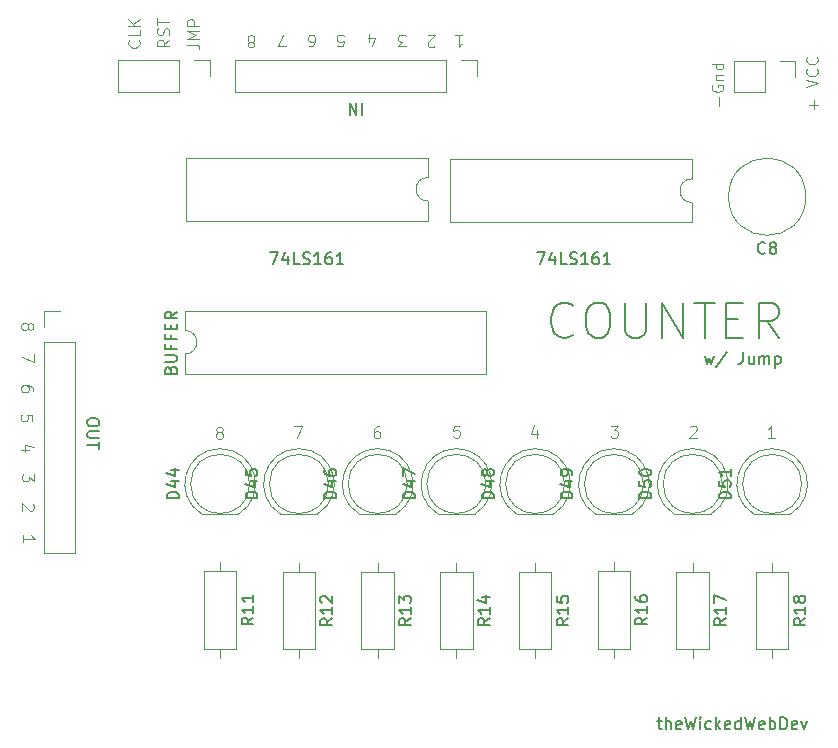
<source format=gbr>
%TF.GenerationSoftware,KiCad,Pcbnew,(5.1.9-0-10_14)*%
%TF.CreationDate,2021-04-21T09:15:21-04:00*%
%TF.ProjectId,COUNTER,434f554e-5445-4522-9e6b-696361645f70,rev?*%
%TF.SameCoordinates,Original*%
%TF.FileFunction,Legend,Top*%
%TF.FilePolarity,Positive*%
%FSLAX46Y46*%
G04 Gerber Fmt 4.6, Leading zero omitted, Abs format (unit mm)*
G04 Created by KiCad (PCBNEW (5.1.9-0-10_14)) date 2021-04-21 09:15:21*
%MOMM*%
%LPD*%
G01*
G04 APERTURE LIST*
%ADD10C,0.100000*%
%ADD11C,0.150000*%
%ADD12C,0.120000*%
G04 APERTURE END LIST*
D10*
X136366214Y-67190880D02*
X135794785Y-67190880D01*
X136080500Y-67190880D02*
X136080500Y-66190880D01*
X135985261Y-66333738D01*
X135890023Y-66428976D01*
X135794785Y-66476595D01*
X89249261Y-66746452D02*
X89154023Y-66698833D01*
X89106404Y-66651214D01*
X89058785Y-66555976D01*
X89058785Y-66508357D01*
X89106404Y-66413119D01*
X89154023Y-66365500D01*
X89249261Y-66317880D01*
X89439738Y-66317880D01*
X89534976Y-66365500D01*
X89582595Y-66413119D01*
X89630214Y-66508357D01*
X89630214Y-66555976D01*
X89582595Y-66651214D01*
X89534976Y-66698833D01*
X89439738Y-66746452D01*
X89249261Y-66746452D01*
X89154023Y-66794071D01*
X89106404Y-66841690D01*
X89058785Y-66936928D01*
X89058785Y-67127404D01*
X89106404Y-67222642D01*
X89154023Y-67270261D01*
X89249261Y-67317880D01*
X89439738Y-67317880D01*
X89534976Y-67270261D01*
X89582595Y-67222642D01*
X89630214Y-67127404D01*
X89630214Y-66936928D01*
X89582595Y-66841690D01*
X89534976Y-66794071D01*
X89439738Y-66746452D01*
X129190785Y-66286119D02*
X129238404Y-66238500D01*
X129333642Y-66190880D01*
X129571738Y-66190880D01*
X129666976Y-66238500D01*
X129714595Y-66286119D01*
X129762214Y-66381357D01*
X129762214Y-66476595D01*
X129714595Y-66619452D01*
X129143166Y-67190880D01*
X129762214Y-67190880D01*
X109648595Y-66190880D02*
X109172404Y-66190880D01*
X109124785Y-66667071D01*
X109172404Y-66619452D01*
X109267642Y-66571833D01*
X109505738Y-66571833D01*
X109600976Y-66619452D01*
X109648595Y-66667071D01*
X109696214Y-66762309D01*
X109696214Y-67000404D01*
X109648595Y-67095642D01*
X109600976Y-67143261D01*
X109505738Y-67190880D01*
X109267642Y-67190880D01*
X109172404Y-67143261D01*
X109124785Y-67095642D01*
X122475666Y-66190880D02*
X123094714Y-66190880D01*
X122761380Y-66571833D01*
X122904238Y-66571833D01*
X122999476Y-66619452D01*
X123047095Y-66667071D01*
X123094714Y-66762309D01*
X123094714Y-67000404D01*
X123047095Y-67095642D01*
X122999476Y-67143261D01*
X122904238Y-67190880D01*
X122618523Y-67190880D01*
X122523285Y-67143261D01*
X122475666Y-67095642D01*
X116204976Y-66524214D02*
X116204976Y-67190880D01*
X115966880Y-66143261D02*
X115728785Y-66857547D01*
X116347833Y-66857547D01*
X95678666Y-66254380D02*
X96345333Y-66254380D01*
X95916761Y-67254380D01*
X102869976Y-66254380D02*
X102679500Y-66254380D01*
X102584261Y-66302000D01*
X102536642Y-66349619D01*
X102441404Y-66492476D01*
X102393785Y-66682952D01*
X102393785Y-67063904D01*
X102441404Y-67159142D01*
X102489023Y-67206761D01*
X102584261Y-67254380D01*
X102774738Y-67254380D01*
X102869976Y-67206761D01*
X102917595Y-67159142D01*
X102965214Y-67063904D01*
X102965214Y-66825809D01*
X102917595Y-66730571D01*
X102869976Y-66682952D01*
X102774738Y-66635333D01*
X102584261Y-66635333D01*
X102489023Y-66682952D01*
X102441404Y-66730571D01*
X102393785Y-66825809D01*
D11*
X116260952Y-51522380D02*
X116927619Y-51522380D01*
X116499047Y-52522380D01*
X117737142Y-51855714D02*
X117737142Y-52522380D01*
X117499047Y-51474761D02*
X117260952Y-52189047D01*
X117880000Y-52189047D01*
X118737142Y-52522380D02*
X118260952Y-52522380D01*
X118260952Y-51522380D01*
X119022857Y-52474761D02*
X119165714Y-52522380D01*
X119403809Y-52522380D01*
X119499047Y-52474761D01*
X119546666Y-52427142D01*
X119594285Y-52331904D01*
X119594285Y-52236666D01*
X119546666Y-52141428D01*
X119499047Y-52093809D01*
X119403809Y-52046190D01*
X119213333Y-51998571D01*
X119118095Y-51950952D01*
X119070476Y-51903333D01*
X119022857Y-51808095D01*
X119022857Y-51712857D01*
X119070476Y-51617619D01*
X119118095Y-51570000D01*
X119213333Y-51522380D01*
X119451428Y-51522380D01*
X119594285Y-51570000D01*
X120546666Y-52522380D02*
X119975238Y-52522380D01*
X120260952Y-52522380D02*
X120260952Y-51522380D01*
X120165714Y-51665238D01*
X120070476Y-51760476D01*
X119975238Y-51808095D01*
X121403809Y-51522380D02*
X121213333Y-51522380D01*
X121118095Y-51570000D01*
X121070476Y-51617619D01*
X120975238Y-51760476D01*
X120927619Y-51950952D01*
X120927619Y-52331904D01*
X120975238Y-52427142D01*
X121022857Y-52474761D01*
X121118095Y-52522380D01*
X121308571Y-52522380D01*
X121403809Y-52474761D01*
X121451428Y-52427142D01*
X121499047Y-52331904D01*
X121499047Y-52093809D01*
X121451428Y-51998571D01*
X121403809Y-51950952D01*
X121308571Y-51903333D01*
X121118095Y-51903333D01*
X121022857Y-51950952D01*
X120975238Y-51998571D01*
X120927619Y-52093809D01*
X122451428Y-52522380D02*
X121880000Y-52522380D01*
X122165714Y-52522380D02*
X122165714Y-51522380D01*
X122070476Y-51665238D01*
X121975238Y-51760476D01*
X121880000Y-51808095D01*
X93654952Y-51522380D02*
X94321619Y-51522380D01*
X93893047Y-52522380D01*
X95131142Y-51855714D02*
X95131142Y-52522380D01*
X94893047Y-51474761D02*
X94654952Y-52189047D01*
X95274000Y-52189047D01*
X96131142Y-52522380D02*
X95654952Y-52522380D01*
X95654952Y-51522380D01*
X96416857Y-52474761D02*
X96559714Y-52522380D01*
X96797809Y-52522380D01*
X96893047Y-52474761D01*
X96940666Y-52427142D01*
X96988285Y-52331904D01*
X96988285Y-52236666D01*
X96940666Y-52141428D01*
X96893047Y-52093809D01*
X96797809Y-52046190D01*
X96607333Y-51998571D01*
X96512095Y-51950952D01*
X96464476Y-51903333D01*
X96416857Y-51808095D01*
X96416857Y-51712857D01*
X96464476Y-51617619D01*
X96512095Y-51570000D01*
X96607333Y-51522380D01*
X96845428Y-51522380D01*
X96988285Y-51570000D01*
X97940666Y-52522380D02*
X97369238Y-52522380D01*
X97654952Y-52522380D02*
X97654952Y-51522380D01*
X97559714Y-51665238D01*
X97464476Y-51760476D01*
X97369238Y-51808095D01*
X98797809Y-51522380D02*
X98607333Y-51522380D01*
X98512095Y-51570000D01*
X98464476Y-51617619D01*
X98369238Y-51760476D01*
X98321619Y-51950952D01*
X98321619Y-52331904D01*
X98369238Y-52427142D01*
X98416857Y-52474761D01*
X98512095Y-52522380D01*
X98702571Y-52522380D01*
X98797809Y-52474761D01*
X98845428Y-52427142D01*
X98893047Y-52331904D01*
X98893047Y-52093809D01*
X98845428Y-51998571D01*
X98797809Y-51950952D01*
X98702571Y-51903333D01*
X98512095Y-51903333D01*
X98416857Y-51950952D01*
X98369238Y-51998571D01*
X98321619Y-52093809D01*
X99845428Y-52522380D02*
X99274000Y-52522380D01*
X99559714Y-52522380D02*
X99559714Y-51522380D01*
X99464476Y-51665238D01*
X99369238Y-51760476D01*
X99274000Y-51808095D01*
X85209071Y-61443904D02*
X85256690Y-61301047D01*
X85304309Y-61253428D01*
X85399547Y-61205809D01*
X85542404Y-61205809D01*
X85637642Y-61253428D01*
X85685261Y-61301047D01*
X85732880Y-61396285D01*
X85732880Y-61777238D01*
X84732880Y-61777238D01*
X84732880Y-61443904D01*
X84780500Y-61348666D01*
X84828119Y-61301047D01*
X84923357Y-61253428D01*
X85018595Y-61253428D01*
X85113833Y-61301047D01*
X85161452Y-61348666D01*
X85209071Y-61443904D01*
X85209071Y-61777238D01*
X84732880Y-60777238D02*
X85542404Y-60777238D01*
X85637642Y-60729619D01*
X85685261Y-60682000D01*
X85732880Y-60586761D01*
X85732880Y-60396285D01*
X85685261Y-60301047D01*
X85637642Y-60253428D01*
X85542404Y-60205809D01*
X84732880Y-60205809D01*
X85209071Y-59396285D02*
X85209071Y-59729619D01*
X85732880Y-59729619D02*
X84732880Y-59729619D01*
X84732880Y-59253428D01*
X85209071Y-58539142D02*
X85209071Y-58872476D01*
X85732880Y-58872476D02*
X84732880Y-58872476D01*
X84732880Y-58396285D01*
X85209071Y-58015333D02*
X85209071Y-57682000D01*
X85732880Y-57539142D02*
X85732880Y-58015333D01*
X84732880Y-58015333D01*
X84732880Y-57539142D01*
X85732880Y-56539142D02*
X85256690Y-56872476D01*
X85732880Y-57110571D02*
X84732880Y-57110571D01*
X84732880Y-56729619D01*
X84780500Y-56634380D01*
X84828119Y-56586761D01*
X84923357Y-56539142D01*
X85066214Y-56539142D01*
X85161452Y-56586761D01*
X85209071Y-56634380D01*
X85256690Y-56729619D01*
X85256690Y-57110571D01*
X126421357Y-91225714D02*
X126802309Y-91225714D01*
X126564214Y-90892380D02*
X126564214Y-91749523D01*
X126611833Y-91844761D01*
X126707071Y-91892380D01*
X126802309Y-91892380D01*
X127135642Y-91892380D02*
X127135642Y-90892380D01*
X127564214Y-91892380D02*
X127564214Y-91368571D01*
X127516595Y-91273333D01*
X127421357Y-91225714D01*
X127278500Y-91225714D01*
X127183261Y-91273333D01*
X127135642Y-91320952D01*
X128421357Y-91844761D02*
X128326119Y-91892380D01*
X128135642Y-91892380D01*
X128040404Y-91844761D01*
X127992785Y-91749523D01*
X127992785Y-91368571D01*
X128040404Y-91273333D01*
X128135642Y-91225714D01*
X128326119Y-91225714D01*
X128421357Y-91273333D01*
X128468976Y-91368571D01*
X128468976Y-91463809D01*
X127992785Y-91559047D01*
X128802309Y-90892380D02*
X129040404Y-91892380D01*
X129230880Y-91178095D01*
X129421357Y-91892380D01*
X129659452Y-90892380D01*
X130040404Y-91892380D02*
X130040404Y-91225714D01*
X130040404Y-90892380D02*
X129992785Y-90940000D01*
X130040404Y-90987619D01*
X130088023Y-90940000D01*
X130040404Y-90892380D01*
X130040404Y-90987619D01*
X130945166Y-91844761D02*
X130849928Y-91892380D01*
X130659452Y-91892380D01*
X130564214Y-91844761D01*
X130516595Y-91797142D01*
X130468976Y-91701904D01*
X130468976Y-91416190D01*
X130516595Y-91320952D01*
X130564214Y-91273333D01*
X130659452Y-91225714D01*
X130849928Y-91225714D01*
X130945166Y-91273333D01*
X131373738Y-91892380D02*
X131373738Y-90892380D01*
X131468976Y-91511428D02*
X131754690Y-91892380D01*
X131754690Y-91225714D02*
X131373738Y-91606666D01*
X132564214Y-91844761D02*
X132468976Y-91892380D01*
X132278500Y-91892380D01*
X132183261Y-91844761D01*
X132135642Y-91749523D01*
X132135642Y-91368571D01*
X132183261Y-91273333D01*
X132278500Y-91225714D01*
X132468976Y-91225714D01*
X132564214Y-91273333D01*
X132611833Y-91368571D01*
X132611833Y-91463809D01*
X132135642Y-91559047D01*
X133468976Y-91892380D02*
X133468976Y-90892380D01*
X133468976Y-91844761D02*
X133373738Y-91892380D01*
X133183261Y-91892380D01*
X133088023Y-91844761D01*
X133040404Y-91797142D01*
X132992785Y-91701904D01*
X132992785Y-91416190D01*
X133040404Y-91320952D01*
X133088023Y-91273333D01*
X133183261Y-91225714D01*
X133373738Y-91225714D01*
X133468976Y-91273333D01*
X133849928Y-90892380D02*
X134088023Y-91892380D01*
X134278500Y-91178095D01*
X134468976Y-91892380D01*
X134707071Y-90892380D01*
X135468976Y-91844761D02*
X135373738Y-91892380D01*
X135183261Y-91892380D01*
X135088023Y-91844761D01*
X135040404Y-91749523D01*
X135040404Y-91368571D01*
X135088023Y-91273333D01*
X135183261Y-91225714D01*
X135373738Y-91225714D01*
X135468976Y-91273333D01*
X135516595Y-91368571D01*
X135516595Y-91463809D01*
X135040404Y-91559047D01*
X135945166Y-91892380D02*
X135945166Y-90892380D01*
X135945166Y-91273333D02*
X136040404Y-91225714D01*
X136230880Y-91225714D01*
X136326119Y-91273333D01*
X136373738Y-91320952D01*
X136421357Y-91416190D01*
X136421357Y-91701904D01*
X136373738Y-91797142D01*
X136326119Y-91844761D01*
X136230880Y-91892380D01*
X136040404Y-91892380D01*
X135945166Y-91844761D01*
X136849928Y-91892380D02*
X136849928Y-90892380D01*
X137088023Y-90892380D01*
X137230880Y-90940000D01*
X137326119Y-91035238D01*
X137373738Y-91130476D01*
X137421357Y-91320952D01*
X137421357Y-91463809D01*
X137373738Y-91654285D01*
X137326119Y-91749523D01*
X137230880Y-91844761D01*
X137088023Y-91892380D01*
X136849928Y-91892380D01*
X138230880Y-91844761D02*
X138135642Y-91892380D01*
X137945166Y-91892380D01*
X137849928Y-91844761D01*
X137802309Y-91749523D01*
X137802309Y-91368571D01*
X137849928Y-91273333D01*
X137945166Y-91225714D01*
X138135642Y-91225714D01*
X138230880Y-91273333D01*
X138278500Y-91368571D01*
X138278500Y-91463809D01*
X137802309Y-91559047D01*
X138611833Y-91225714D02*
X138849928Y-91892380D01*
X139088023Y-91225714D01*
X101425309Y-38854119D02*
X101425309Y-39854119D01*
X100949119Y-38854119D02*
X100949119Y-39854119D01*
X100377690Y-38854119D01*
X100377690Y-39854119D01*
X79160619Y-65802000D02*
X79160619Y-65992476D01*
X79113000Y-66087714D01*
X79017761Y-66182952D01*
X78827285Y-66230571D01*
X78493952Y-66230571D01*
X78303476Y-66182952D01*
X78208238Y-66087714D01*
X78160619Y-65992476D01*
X78160619Y-65802000D01*
X78208238Y-65706761D01*
X78303476Y-65611523D01*
X78493952Y-65563904D01*
X78827285Y-65563904D01*
X79017761Y-65611523D01*
X79113000Y-65706761D01*
X79160619Y-65802000D01*
X79160619Y-66659142D02*
X78351095Y-66659142D01*
X78255857Y-66706761D01*
X78208238Y-66754380D01*
X78160619Y-66849619D01*
X78160619Y-67040095D01*
X78208238Y-67135333D01*
X78255857Y-67182952D01*
X78351095Y-67230571D01*
X79160619Y-67230571D01*
X79160619Y-67563904D02*
X79160619Y-68135333D01*
X78160619Y-67849619D02*
X79160619Y-67849619D01*
X130429404Y-60301214D02*
X130619880Y-60967880D01*
X130810357Y-60491690D01*
X131000833Y-60967880D01*
X131191309Y-60301214D01*
X132286547Y-59920261D02*
X131429404Y-61205976D01*
X133667500Y-59967880D02*
X133667500Y-60682166D01*
X133619880Y-60825023D01*
X133524642Y-60920261D01*
X133381785Y-60967880D01*
X133286547Y-60967880D01*
X134572261Y-60301214D02*
X134572261Y-60967880D01*
X134143690Y-60301214D02*
X134143690Y-60825023D01*
X134191309Y-60920261D01*
X134286547Y-60967880D01*
X134429404Y-60967880D01*
X134524642Y-60920261D01*
X134572261Y-60872642D01*
X135048452Y-60967880D02*
X135048452Y-60301214D01*
X135048452Y-60396452D02*
X135096071Y-60348833D01*
X135191309Y-60301214D01*
X135334166Y-60301214D01*
X135429404Y-60348833D01*
X135477023Y-60444071D01*
X135477023Y-60967880D01*
X135477023Y-60444071D02*
X135524642Y-60348833D01*
X135619880Y-60301214D01*
X135762738Y-60301214D01*
X135857976Y-60348833D01*
X135905595Y-60444071D01*
X135905595Y-60967880D01*
X136381785Y-60301214D02*
X136381785Y-61301214D01*
X136381785Y-60348833D02*
X136477023Y-60301214D01*
X136667500Y-60301214D01*
X136762738Y-60348833D01*
X136810357Y-60396452D01*
X136857976Y-60491690D01*
X136857976Y-60777404D01*
X136810357Y-60872642D01*
X136762738Y-60920261D01*
X136667500Y-60967880D01*
X136477023Y-60967880D01*
X136381785Y-60920261D01*
X119277785Y-58475428D02*
X119134928Y-58618285D01*
X118706357Y-58761142D01*
X118420642Y-58761142D01*
X117992071Y-58618285D01*
X117706357Y-58332571D01*
X117563500Y-58046857D01*
X117420642Y-57475428D01*
X117420642Y-57046857D01*
X117563500Y-56475428D01*
X117706357Y-56189714D01*
X117992071Y-55904000D01*
X118420642Y-55761142D01*
X118706357Y-55761142D01*
X119134928Y-55904000D01*
X119277785Y-56046857D01*
X121134928Y-55761142D02*
X121706357Y-55761142D01*
X121992071Y-55904000D01*
X122277785Y-56189714D01*
X122420642Y-56761142D01*
X122420642Y-57761142D01*
X122277785Y-58332571D01*
X121992071Y-58618285D01*
X121706357Y-58761142D01*
X121134928Y-58761142D01*
X120849214Y-58618285D01*
X120563500Y-58332571D01*
X120420642Y-57761142D01*
X120420642Y-56761142D01*
X120563500Y-56189714D01*
X120849214Y-55904000D01*
X121134928Y-55761142D01*
X123706357Y-55761142D02*
X123706357Y-58189714D01*
X123849214Y-58475428D01*
X123992071Y-58618285D01*
X124277785Y-58761142D01*
X124849214Y-58761142D01*
X125134928Y-58618285D01*
X125277785Y-58475428D01*
X125420642Y-58189714D01*
X125420642Y-55761142D01*
X126849214Y-58761142D02*
X126849214Y-55761142D01*
X128563500Y-58761142D01*
X128563500Y-55761142D01*
X129563500Y-55761142D02*
X131277785Y-55761142D01*
X130420642Y-58761142D02*
X130420642Y-55761142D01*
X132277785Y-57189714D02*
X133277785Y-57189714D01*
X133706357Y-58761142D02*
X132277785Y-58761142D01*
X132277785Y-55761142D01*
X133706357Y-55761142D01*
X136706357Y-58761142D02*
X135706357Y-57332571D01*
X134992071Y-58761142D02*
X134992071Y-55761142D01*
X136134928Y-55761142D01*
X136420642Y-55904000D01*
X136563500Y-56046857D01*
X136706357Y-56332571D01*
X136706357Y-56761142D01*
X136563500Y-57046857D01*
X136420642Y-57189714D01*
X136134928Y-57332571D01*
X134992071Y-57332571D01*
D10*
X131643428Y-39123714D02*
X131643428Y-38361809D01*
X131072000Y-37361809D02*
X131024380Y-37457047D01*
X131024380Y-37599904D01*
X131072000Y-37742761D01*
X131167238Y-37838000D01*
X131262476Y-37885619D01*
X131452952Y-37933238D01*
X131595809Y-37933238D01*
X131786285Y-37885619D01*
X131881523Y-37838000D01*
X131976761Y-37742761D01*
X132024380Y-37599904D01*
X132024380Y-37504666D01*
X131976761Y-37361809D01*
X131929142Y-37314190D01*
X131595809Y-37314190D01*
X131595809Y-37504666D01*
X131357714Y-36885619D02*
X132024380Y-36885619D01*
X131452952Y-36885619D02*
X131405333Y-36838000D01*
X131357714Y-36742761D01*
X131357714Y-36599904D01*
X131405333Y-36504666D01*
X131500571Y-36457047D01*
X132024380Y-36457047D01*
X132024380Y-35552285D02*
X131024380Y-35552285D01*
X131976761Y-35552285D02*
X132024380Y-35647523D01*
X132024380Y-35838000D01*
X131976761Y-35933238D01*
X131929142Y-35980857D01*
X131833904Y-36028476D01*
X131548190Y-36028476D01*
X131452952Y-35980857D01*
X131405333Y-35933238D01*
X131357714Y-35838000D01*
X131357714Y-35647523D01*
X131405333Y-35552285D01*
X139644428Y-39401476D02*
X139644428Y-38639571D01*
X140025380Y-39020523D02*
X139263476Y-39020523D01*
X139025380Y-37544333D02*
X140025380Y-37211000D01*
X139025380Y-36877666D01*
X139930142Y-35972904D02*
X139977761Y-36020523D01*
X140025380Y-36163380D01*
X140025380Y-36258619D01*
X139977761Y-36401476D01*
X139882523Y-36496714D01*
X139787285Y-36544333D01*
X139596809Y-36591952D01*
X139453952Y-36591952D01*
X139263476Y-36544333D01*
X139168238Y-36496714D01*
X139073000Y-36401476D01*
X139025380Y-36258619D01*
X139025380Y-36163380D01*
X139073000Y-36020523D01*
X139120619Y-35972904D01*
X139930142Y-34972904D02*
X139977761Y-35020523D01*
X140025380Y-35163380D01*
X140025380Y-35258619D01*
X139977761Y-35401476D01*
X139882523Y-35496714D01*
X139787285Y-35544333D01*
X139596809Y-35591952D01*
X139453952Y-35591952D01*
X139263476Y-35544333D01*
X139168238Y-35496714D01*
X139073000Y-35401476D01*
X139025380Y-35258619D01*
X139025380Y-35163380D01*
X139073000Y-35020523D01*
X139120619Y-34972904D01*
X82526142Y-33551738D02*
X82573761Y-33599357D01*
X82621380Y-33742214D01*
X82621380Y-33837452D01*
X82573761Y-33980309D01*
X82478523Y-34075547D01*
X82383285Y-34123166D01*
X82192809Y-34170785D01*
X82049952Y-34170785D01*
X81859476Y-34123166D01*
X81764238Y-34075547D01*
X81669000Y-33980309D01*
X81621380Y-33837452D01*
X81621380Y-33742214D01*
X81669000Y-33599357D01*
X81716619Y-33551738D01*
X82621380Y-32646976D02*
X82621380Y-33123166D01*
X81621380Y-33123166D01*
X82621380Y-32313642D02*
X81621380Y-32313642D01*
X82621380Y-31742214D02*
X82049952Y-32170785D01*
X81621380Y-31742214D02*
X82192809Y-32313642D01*
X85097880Y-33504119D02*
X84621690Y-33837452D01*
X85097880Y-34075547D02*
X84097880Y-34075547D01*
X84097880Y-33694595D01*
X84145500Y-33599357D01*
X84193119Y-33551738D01*
X84288357Y-33504119D01*
X84431214Y-33504119D01*
X84526452Y-33551738D01*
X84574071Y-33599357D01*
X84621690Y-33694595D01*
X84621690Y-34075547D01*
X85050261Y-33123166D02*
X85097880Y-32980309D01*
X85097880Y-32742214D01*
X85050261Y-32646976D01*
X85002642Y-32599357D01*
X84907404Y-32551738D01*
X84812166Y-32551738D01*
X84716928Y-32599357D01*
X84669309Y-32646976D01*
X84621690Y-32742214D01*
X84574071Y-32932690D01*
X84526452Y-33027928D01*
X84478833Y-33075547D01*
X84383595Y-33123166D01*
X84288357Y-33123166D01*
X84193119Y-33075547D01*
X84145500Y-33027928D01*
X84097880Y-32932690D01*
X84097880Y-32694595D01*
X84145500Y-32551738D01*
X84097880Y-32266023D02*
X84097880Y-31694595D01*
X85097880Y-31980309D02*
X84097880Y-31980309D01*
X86637880Y-33948571D02*
X87352166Y-33948571D01*
X87495023Y-33996190D01*
X87590261Y-34091428D01*
X87637880Y-34234285D01*
X87637880Y-34329523D01*
X87637880Y-33472380D02*
X86637880Y-33472380D01*
X87352166Y-33139047D01*
X86637880Y-32805714D01*
X87637880Y-32805714D01*
X87637880Y-32329523D02*
X86637880Y-32329523D01*
X86637880Y-31948571D01*
X86685500Y-31853333D01*
X86733119Y-31805714D01*
X86828357Y-31758095D01*
X86971214Y-31758095D01*
X87066452Y-31805714D01*
X87114071Y-31853333D01*
X87161690Y-31948571D01*
X87161690Y-32329523D01*
X102044523Y-33678785D02*
X102044523Y-33012119D01*
X102282619Y-34059738D02*
X102520714Y-33345452D01*
X101901666Y-33345452D01*
X99329904Y-34075619D02*
X99806095Y-34075619D01*
X99853714Y-33599428D01*
X99806095Y-33647047D01*
X99710857Y-33694666D01*
X99472761Y-33694666D01*
X99377523Y-33647047D01*
X99329904Y-33599428D01*
X99282285Y-33504190D01*
X99282285Y-33266095D01*
X99329904Y-33170857D01*
X99377523Y-33123238D01*
X99472761Y-33075619D01*
X99710857Y-33075619D01*
X99806095Y-33123238D01*
X99853714Y-33170857D01*
X105108333Y-34075619D02*
X104489285Y-34075619D01*
X104822619Y-33694666D01*
X104679761Y-33694666D01*
X104584523Y-33647047D01*
X104536904Y-33599428D01*
X104489285Y-33504190D01*
X104489285Y-33266095D01*
X104536904Y-33170857D01*
X104584523Y-33123238D01*
X104679761Y-33075619D01*
X104965476Y-33075619D01*
X105060714Y-33123238D01*
X105108333Y-33170857D01*
X92106738Y-33710547D02*
X92201976Y-33758166D01*
X92249595Y-33805785D01*
X92297214Y-33901023D01*
X92297214Y-33948642D01*
X92249595Y-34043880D01*
X92201976Y-34091500D01*
X92106738Y-34139119D01*
X91916261Y-34139119D01*
X91821023Y-34091500D01*
X91773404Y-34043880D01*
X91725785Y-33948642D01*
X91725785Y-33901023D01*
X91773404Y-33805785D01*
X91821023Y-33758166D01*
X91916261Y-33710547D01*
X92106738Y-33710547D01*
X92201976Y-33662928D01*
X92249595Y-33615309D01*
X92297214Y-33520071D01*
X92297214Y-33329595D01*
X92249595Y-33234357D01*
X92201976Y-33186738D01*
X92106738Y-33139119D01*
X91916261Y-33139119D01*
X91821023Y-33186738D01*
X91773404Y-33234357D01*
X91725785Y-33329595D01*
X91725785Y-33520071D01*
X91773404Y-33615309D01*
X91821023Y-33662928D01*
X91916261Y-33710547D01*
X107537214Y-34043880D02*
X107489595Y-34091500D01*
X107394357Y-34139119D01*
X107156261Y-34139119D01*
X107061023Y-34091500D01*
X107013404Y-34043880D01*
X106965785Y-33948642D01*
X106965785Y-33853404D01*
X107013404Y-33710547D01*
X107584833Y-33139119D01*
X106965785Y-33139119D01*
X96964523Y-34075619D02*
X97155000Y-34075619D01*
X97250238Y-34028000D01*
X97297857Y-33980380D01*
X97393095Y-33837523D01*
X97440714Y-33647047D01*
X97440714Y-33266095D01*
X97393095Y-33170857D01*
X97345476Y-33123238D01*
X97250238Y-33075619D01*
X97059761Y-33075619D01*
X96964523Y-33123238D01*
X96916904Y-33170857D01*
X96869285Y-33266095D01*
X96869285Y-33504190D01*
X96916904Y-33599428D01*
X96964523Y-33647047D01*
X97059761Y-33694666D01*
X97250238Y-33694666D01*
X97345476Y-33647047D01*
X97393095Y-33599428D01*
X97440714Y-33504190D01*
X109315285Y-33139119D02*
X109886714Y-33139119D01*
X109601000Y-33139119D02*
X109601000Y-34139119D01*
X109696238Y-33996261D01*
X109791476Y-33901023D01*
X109886714Y-33853404D01*
X94948333Y-34075619D02*
X94281666Y-34075619D01*
X94710238Y-33075619D01*
X73144047Y-57689761D02*
X73191666Y-57594523D01*
X73239285Y-57546904D01*
X73334523Y-57499285D01*
X73382142Y-57499285D01*
X73477380Y-57546904D01*
X73525000Y-57594523D01*
X73572619Y-57689761D01*
X73572619Y-57880238D01*
X73525000Y-57975476D01*
X73477380Y-58023095D01*
X73382142Y-58070714D01*
X73334523Y-58070714D01*
X73239285Y-58023095D01*
X73191666Y-57975476D01*
X73144047Y-57880238D01*
X73144047Y-57689761D01*
X73096428Y-57594523D01*
X73048809Y-57546904D01*
X72953571Y-57499285D01*
X72763095Y-57499285D01*
X72667857Y-57546904D01*
X72620238Y-57594523D01*
X72572619Y-57689761D01*
X72572619Y-57880238D01*
X72620238Y-57975476D01*
X72667857Y-58023095D01*
X72763095Y-58070714D01*
X72953571Y-58070714D01*
X73048809Y-58023095D01*
X73096428Y-57975476D01*
X73144047Y-57880238D01*
X73636119Y-60118666D02*
X73636119Y-60785333D01*
X72636119Y-60356761D01*
X73572619Y-63245976D02*
X73572619Y-63055500D01*
X73525000Y-62960261D01*
X73477380Y-62912642D01*
X73334523Y-62817404D01*
X73144047Y-62769785D01*
X72763095Y-62769785D01*
X72667857Y-62817404D01*
X72620238Y-62865023D01*
X72572619Y-62960261D01*
X72572619Y-63150738D01*
X72620238Y-63245976D01*
X72667857Y-63293595D01*
X72763095Y-63341214D01*
X73001190Y-63341214D01*
X73096428Y-63293595D01*
X73144047Y-63245976D01*
X73191666Y-63150738D01*
X73191666Y-62960261D01*
X73144047Y-62865023D01*
X73096428Y-62817404D01*
X73001190Y-62769785D01*
X73509119Y-65770095D02*
X73509119Y-65293904D01*
X73032928Y-65246285D01*
X73080547Y-65293904D01*
X73128166Y-65389142D01*
X73128166Y-65627238D01*
X73080547Y-65722476D01*
X73032928Y-65770095D01*
X72937690Y-65817714D01*
X72699595Y-65817714D01*
X72604357Y-65770095D01*
X72556738Y-65722476D01*
X72509119Y-65627238D01*
X72509119Y-65389142D01*
X72556738Y-65293904D01*
X72604357Y-65246285D01*
X73239285Y-68262476D02*
X72572619Y-68262476D01*
X73620238Y-68024380D02*
X72905952Y-67786285D01*
X72905952Y-68405333D01*
X73636119Y-70278666D02*
X73636119Y-70897714D01*
X73255166Y-70564380D01*
X73255166Y-70707238D01*
X73207547Y-70802476D01*
X73159928Y-70850095D01*
X73064690Y-70897714D01*
X72826595Y-70897714D01*
X72731357Y-70850095D01*
X72683738Y-70802476D01*
X72636119Y-70707238D01*
X72636119Y-70421523D01*
X72683738Y-70326285D01*
X72731357Y-70278666D01*
X73540880Y-72802785D02*
X73588500Y-72850404D01*
X73636119Y-72945642D01*
X73636119Y-73183738D01*
X73588500Y-73278976D01*
X73540880Y-73326595D01*
X73445642Y-73374214D01*
X73350404Y-73374214D01*
X73207547Y-73326595D01*
X72636119Y-72755166D01*
X72636119Y-73374214D01*
X72699619Y-76041214D02*
X72699619Y-75469785D01*
X72699619Y-75755500D02*
X73699619Y-75755500D01*
X73556761Y-75660261D01*
X73461523Y-75565023D01*
X73413904Y-75469785D01*
D12*
%TO.C,J3*%
X90681500Y-35246000D02*
X90681500Y-37906000D01*
X108521500Y-35246000D02*
X90681500Y-35246000D01*
X108521500Y-37906000D02*
X90681500Y-37906000D01*
X108521500Y-35246000D02*
X108521500Y-37906000D01*
X109791500Y-35246000D02*
X111121500Y-35246000D01*
X111121500Y-35246000D02*
X111121500Y-36576000D01*
%TO.C,J2*%
X80775500Y-35246000D02*
X80775500Y-37906000D01*
X85915500Y-35246000D02*
X80775500Y-35246000D01*
X85915500Y-37906000D02*
X80775500Y-37906000D01*
X85915500Y-35246000D02*
X85915500Y-37906000D01*
X87185500Y-35246000D02*
X88515500Y-35246000D01*
X88515500Y-35246000D02*
X88515500Y-36576000D01*
%TO.C,J1*%
X74489000Y-76958500D02*
X77149000Y-76958500D01*
X74489000Y-59118500D02*
X74489000Y-76958500D01*
X77149000Y-59118500D02*
X77149000Y-76958500D01*
X74489000Y-59118500D02*
X77149000Y-59118500D01*
X74489000Y-57848500D02*
X74489000Y-56518500D01*
X74489000Y-56518500D02*
X75819000Y-56518500D01*
%TO.C,U48*%
X129346000Y-47291500D02*
G75*
G02*
X129346000Y-45291500I0J1000000D01*
G01*
X129346000Y-45291500D02*
X129346000Y-43641500D01*
X129346000Y-43641500D02*
X108906000Y-43641500D01*
X108906000Y-43641500D02*
X108906000Y-48941500D01*
X108906000Y-48941500D02*
X129346000Y-48941500D01*
X129346000Y-48941500D02*
X129346000Y-47291500D01*
%TO.C,U47*%
X86427000Y-58118500D02*
G75*
G02*
X86427000Y-60118500I0J-1000000D01*
G01*
X86427000Y-60118500D02*
X86427000Y-61768500D01*
X86427000Y-61768500D02*
X111947000Y-61768500D01*
X111947000Y-61768500D02*
X111947000Y-56468500D01*
X111947000Y-56468500D02*
X86427000Y-56468500D01*
X86427000Y-56468500D02*
X86427000Y-58118500D01*
%TO.C,U46*%
X106994000Y-47164500D02*
G75*
G02*
X106994000Y-45164500I0J1000000D01*
G01*
X106994000Y-45164500D02*
X106994000Y-43514500D01*
X106994000Y-43514500D02*
X86554000Y-43514500D01*
X86554000Y-43514500D02*
X86554000Y-48814500D01*
X86554000Y-48814500D02*
X106994000Y-48814500D01*
X106994000Y-48814500D02*
X106994000Y-47164500D01*
%TO.C,R18*%
X137514000Y-78581500D02*
X134774000Y-78581500D01*
X134774000Y-78581500D02*
X134774000Y-85121500D01*
X134774000Y-85121500D02*
X137514000Y-85121500D01*
X137514000Y-85121500D02*
X137514000Y-78581500D01*
X136144000Y-77811500D02*
X136144000Y-78581500D01*
X136144000Y-85891500D02*
X136144000Y-85121500D01*
%TO.C,R17*%
X130783000Y-78581500D02*
X128043000Y-78581500D01*
X128043000Y-78581500D02*
X128043000Y-85121500D01*
X128043000Y-85121500D02*
X130783000Y-85121500D01*
X130783000Y-85121500D02*
X130783000Y-78581500D01*
X129413000Y-77811500D02*
X129413000Y-78581500D01*
X129413000Y-85891500D02*
X129413000Y-85121500D01*
%TO.C,R16*%
X124115500Y-78518000D02*
X121375500Y-78518000D01*
X121375500Y-78518000D02*
X121375500Y-85058000D01*
X121375500Y-85058000D02*
X124115500Y-85058000D01*
X124115500Y-85058000D02*
X124115500Y-78518000D01*
X122745500Y-77748000D02*
X122745500Y-78518000D01*
X122745500Y-85828000D02*
X122745500Y-85058000D01*
%TO.C,R15*%
X117448000Y-78581500D02*
X114708000Y-78581500D01*
X114708000Y-78581500D02*
X114708000Y-85121500D01*
X114708000Y-85121500D02*
X117448000Y-85121500D01*
X117448000Y-85121500D02*
X117448000Y-78581500D01*
X116078000Y-77811500D02*
X116078000Y-78581500D01*
X116078000Y-85891500D02*
X116078000Y-85121500D01*
%TO.C,R14*%
X110780500Y-78581500D02*
X108040500Y-78581500D01*
X108040500Y-78581500D02*
X108040500Y-85121500D01*
X108040500Y-85121500D02*
X110780500Y-85121500D01*
X110780500Y-85121500D02*
X110780500Y-78581500D01*
X109410500Y-77811500D02*
X109410500Y-78581500D01*
X109410500Y-85891500D02*
X109410500Y-85121500D01*
%TO.C,R13*%
X104113000Y-78581500D02*
X101373000Y-78581500D01*
X101373000Y-78581500D02*
X101373000Y-85121500D01*
X101373000Y-85121500D02*
X104113000Y-85121500D01*
X104113000Y-85121500D02*
X104113000Y-78581500D01*
X102743000Y-77811500D02*
X102743000Y-78581500D01*
X102743000Y-85891500D02*
X102743000Y-85121500D01*
%TO.C,R12*%
X97445500Y-78581500D02*
X94705500Y-78581500D01*
X94705500Y-78581500D02*
X94705500Y-85121500D01*
X94705500Y-85121500D02*
X97445500Y-85121500D01*
X97445500Y-85121500D02*
X97445500Y-78581500D01*
X96075500Y-77811500D02*
X96075500Y-78581500D01*
X96075500Y-85891500D02*
X96075500Y-85121500D01*
%TO.C,R11*%
X90778000Y-78518000D02*
X88038000Y-78518000D01*
X88038000Y-78518000D02*
X88038000Y-85058000D01*
X88038000Y-85058000D02*
X90778000Y-85058000D01*
X90778000Y-85058000D02*
X90778000Y-78518000D01*
X89408000Y-77748000D02*
X89408000Y-78518000D01*
X89408000Y-85828000D02*
X89408000Y-85058000D01*
%TO.C,J10*%
X132909000Y-35309500D02*
X132909000Y-37969500D01*
X135509000Y-35309500D02*
X132909000Y-35309500D01*
X135509000Y-37969500D02*
X132909000Y-37969500D01*
X135509000Y-35309500D02*
X135509000Y-37969500D01*
X136779000Y-35309500D02*
X138109000Y-35309500D01*
X138109000Y-35309500D02*
X138109000Y-36639500D01*
%TO.C,D51*%
X136143538Y-68130000D02*
G75*
G02*
X137688830Y-73680000I462J-2990000D01*
G01*
X136144462Y-68130000D02*
G75*
G03*
X134599170Y-73680000I-462J-2990000D01*
G01*
X138644000Y-71120000D02*
G75*
G03*
X138644000Y-71120000I-2500000J0D01*
G01*
X134599000Y-73680000D02*
X137689000Y-73680000D01*
%TO.C,D50*%
X129412538Y-68130000D02*
G75*
G02*
X130957830Y-73680000I462J-2990000D01*
G01*
X129413462Y-68130000D02*
G75*
G03*
X127868170Y-73680000I-462J-2990000D01*
G01*
X131913000Y-71120000D02*
G75*
G03*
X131913000Y-71120000I-2500000J0D01*
G01*
X127868000Y-73680000D02*
X130958000Y-73680000D01*
%TO.C,D49*%
X122745038Y-68130000D02*
G75*
G02*
X124290330Y-73680000I462J-2990000D01*
G01*
X122745962Y-68130000D02*
G75*
G03*
X121200670Y-73680000I-462J-2990000D01*
G01*
X125245500Y-71120000D02*
G75*
G03*
X125245500Y-71120000I-2500000J0D01*
G01*
X121200500Y-73680000D02*
X124290500Y-73680000D01*
%TO.C,D48*%
X116077538Y-68130000D02*
G75*
G02*
X117622830Y-73680000I462J-2990000D01*
G01*
X116078462Y-68130000D02*
G75*
G03*
X114533170Y-73680000I-462J-2990000D01*
G01*
X118578000Y-71120000D02*
G75*
G03*
X118578000Y-71120000I-2500000J0D01*
G01*
X114533000Y-73680000D02*
X117623000Y-73680000D01*
%TO.C,D47*%
X109410038Y-68130000D02*
G75*
G02*
X110955330Y-73680000I462J-2990000D01*
G01*
X109410962Y-68130000D02*
G75*
G03*
X107865670Y-73680000I-462J-2990000D01*
G01*
X111910500Y-71120000D02*
G75*
G03*
X111910500Y-71120000I-2500000J0D01*
G01*
X107865500Y-73680000D02*
X110955500Y-73680000D01*
%TO.C,D46*%
X102742538Y-68130000D02*
G75*
G02*
X104287830Y-73680000I462J-2990000D01*
G01*
X102743462Y-68130000D02*
G75*
G03*
X101198170Y-73680000I-462J-2990000D01*
G01*
X105243000Y-71120000D02*
G75*
G03*
X105243000Y-71120000I-2500000J0D01*
G01*
X101198000Y-73680000D02*
X104288000Y-73680000D01*
%TO.C,D45*%
X96075038Y-68130000D02*
G75*
G02*
X97620330Y-73680000I462J-2990000D01*
G01*
X96075962Y-68130000D02*
G75*
G03*
X94530670Y-73680000I-462J-2990000D01*
G01*
X98575500Y-71120000D02*
G75*
G03*
X98575500Y-71120000I-2500000J0D01*
G01*
X94530500Y-73680000D02*
X97620500Y-73680000D01*
%TO.C,D44*%
X89407538Y-68130000D02*
G75*
G02*
X90952830Y-73680000I462J-2990000D01*
G01*
X89408462Y-68130000D02*
G75*
G03*
X87863170Y-73680000I-462J-2990000D01*
G01*
X91908000Y-71120000D02*
G75*
G03*
X91908000Y-71120000I-2500000J0D01*
G01*
X87863000Y-73680000D02*
X90953000Y-73680000D01*
%TO.C,C8*%
X138989500Y-46799500D02*
G75*
G03*
X138989500Y-46799500I-3270000J0D01*
G01*
%TO.C,R18*%
D11*
X138966380Y-82494357D02*
X138490190Y-82827690D01*
X138966380Y-83065785D02*
X137966380Y-83065785D01*
X137966380Y-82684833D01*
X138014000Y-82589595D01*
X138061619Y-82541976D01*
X138156857Y-82494357D01*
X138299714Y-82494357D01*
X138394952Y-82541976D01*
X138442571Y-82589595D01*
X138490190Y-82684833D01*
X138490190Y-83065785D01*
X138966380Y-81541976D02*
X138966380Y-82113404D01*
X138966380Y-81827690D02*
X137966380Y-81827690D01*
X138109238Y-81922928D01*
X138204476Y-82018166D01*
X138252095Y-82113404D01*
X138394952Y-80970547D02*
X138347333Y-81065785D01*
X138299714Y-81113404D01*
X138204476Y-81161023D01*
X138156857Y-81161023D01*
X138061619Y-81113404D01*
X138014000Y-81065785D01*
X137966380Y-80970547D01*
X137966380Y-80780071D01*
X138014000Y-80684833D01*
X138061619Y-80637214D01*
X138156857Y-80589595D01*
X138204476Y-80589595D01*
X138299714Y-80637214D01*
X138347333Y-80684833D01*
X138394952Y-80780071D01*
X138394952Y-80970547D01*
X138442571Y-81065785D01*
X138490190Y-81113404D01*
X138585428Y-81161023D01*
X138775904Y-81161023D01*
X138871142Y-81113404D01*
X138918761Y-81065785D01*
X138966380Y-80970547D01*
X138966380Y-80780071D01*
X138918761Y-80684833D01*
X138871142Y-80637214D01*
X138775904Y-80589595D01*
X138585428Y-80589595D01*
X138490190Y-80637214D01*
X138442571Y-80684833D01*
X138394952Y-80780071D01*
%TO.C,R17*%
X132235380Y-82494357D02*
X131759190Y-82827690D01*
X132235380Y-83065785D02*
X131235380Y-83065785D01*
X131235380Y-82684833D01*
X131283000Y-82589595D01*
X131330619Y-82541976D01*
X131425857Y-82494357D01*
X131568714Y-82494357D01*
X131663952Y-82541976D01*
X131711571Y-82589595D01*
X131759190Y-82684833D01*
X131759190Y-83065785D01*
X132235380Y-81541976D02*
X132235380Y-82113404D01*
X132235380Y-81827690D02*
X131235380Y-81827690D01*
X131378238Y-81922928D01*
X131473476Y-82018166D01*
X131521095Y-82113404D01*
X131235380Y-81208642D02*
X131235380Y-80541976D01*
X132235380Y-80970547D01*
%TO.C,R16*%
X125567880Y-82430857D02*
X125091690Y-82764190D01*
X125567880Y-83002285D02*
X124567880Y-83002285D01*
X124567880Y-82621333D01*
X124615500Y-82526095D01*
X124663119Y-82478476D01*
X124758357Y-82430857D01*
X124901214Y-82430857D01*
X124996452Y-82478476D01*
X125044071Y-82526095D01*
X125091690Y-82621333D01*
X125091690Y-83002285D01*
X125567880Y-81478476D02*
X125567880Y-82049904D01*
X125567880Y-81764190D02*
X124567880Y-81764190D01*
X124710738Y-81859428D01*
X124805976Y-81954666D01*
X124853595Y-82049904D01*
X124567880Y-80621333D02*
X124567880Y-80811809D01*
X124615500Y-80907047D01*
X124663119Y-80954666D01*
X124805976Y-81049904D01*
X124996452Y-81097523D01*
X125377404Y-81097523D01*
X125472642Y-81049904D01*
X125520261Y-81002285D01*
X125567880Y-80907047D01*
X125567880Y-80716571D01*
X125520261Y-80621333D01*
X125472642Y-80573714D01*
X125377404Y-80526095D01*
X125139309Y-80526095D01*
X125044071Y-80573714D01*
X124996452Y-80621333D01*
X124948833Y-80716571D01*
X124948833Y-80907047D01*
X124996452Y-81002285D01*
X125044071Y-81049904D01*
X125139309Y-81097523D01*
%TO.C,R15*%
X118900380Y-82494357D02*
X118424190Y-82827690D01*
X118900380Y-83065785D02*
X117900380Y-83065785D01*
X117900380Y-82684833D01*
X117948000Y-82589595D01*
X117995619Y-82541976D01*
X118090857Y-82494357D01*
X118233714Y-82494357D01*
X118328952Y-82541976D01*
X118376571Y-82589595D01*
X118424190Y-82684833D01*
X118424190Y-83065785D01*
X118900380Y-81541976D02*
X118900380Y-82113404D01*
X118900380Y-81827690D02*
X117900380Y-81827690D01*
X118043238Y-81922928D01*
X118138476Y-82018166D01*
X118186095Y-82113404D01*
X117900380Y-80637214D02*
X117900380Y-81113404D01*
X118376571Y-81161023D01*
X118328952Y-81113404D01*
X118281333Y-81018166D01*
X118281333Y-80780071D01*
X118328952Y-80684833D01*
X118376571Y-80637214D01*
X118471809Y-80589595D01*
X118709904Y-80589595D01*
X118805142Y-80637214D01*
X118852761Y-80684833D01*
X118900380Y-80780071D01*
X118900380Y-81018166D01*
X118852761Y-81113404D01*
X118805142Y-81161023D01*
%TO.C,R14*%
X112232880Y-82494357D02*
X111756690Y-82827690D01*
X112232880Y-83065785D02*
X111232880Y-83065785D01*
X111232880Y-82684833D01*
X111280500Y-82589595D01*
X111328119Y-82541976D01*
X111423357Y-82494357D01*
X111566214Y-82494357D01*
X111661452Y-82541976D01*
X111709071Y-82589595D01*
X111756690Y-82684833D01*
X111756690Y-83065785D01*
X112232880Y-81541976D02*
X112232880Y-82113404D01*
X112232880Y-81827690D02*
X111232880Y-81827690D01*
X111375738Y-81922928D01*
X111470976Y-82018166D01*
X111518595Y-82113404D01*
X111566214Y-80684833D02*
X112232880Y-80684833D01*
X111185261Y-80922928D02*
X111899547Y-81161023D01*
X111899547Y-80541976D01*
%TO.C,R13*%
X105565380Y-82494357D02*
X105089190Y-82827690D01*
X105565380Y-83065785D02*
X104565380Y-83065785D01*
X104565380Y-82684833D01*
X104613000Y-82589595D01*
X104660619Y-82541976D01*
X104755857Y-82494357D01*
X104898714Y-82494357D01*
X104993952Y-82541976D01*
X105041571Y-82589595D01*
X105089190Y-82684833D01*
X105089190Y-83065785D01*
X105565380Y-81541976D02*
X105565380Y-82113404D01*
X105565380Y-81827690D02*
X104565380Y-81827690D01*
X104708238Y-81922928D01*
X104803476Y-82018166D01*
X104851095Y-82113404D01*
X104565380Y-81208642D02*
X104565380Y-80589595D01*
X104946333Y-80922928D01*
X104946333Y-80780071D01*
X104993952Y-80684833D01*
X105041571Y-80637214D01*
X105136809Y-80589595D01*
X105374904Y-80589595D01*
X105470142Y-80637214D01*
X105517761Y-80684833D01*
X105565380Y-80780071D01*
X105565380Y-81065785D01*
X105517761Y-81161023D01*
X105470142Y-81208642D01*
%TO.C,R12*%
X98897880Y-82494357D02*
X98421690Y-82827690D01*
X98897880Y-83065785D02*
X97897880Y-83065785D01*
X97897880Y-82684833D01*
X97945500Y-82589595D01*
X97993119Y-82541976D01*
X98088357Y-82494357D01*
X98231214Y-82494357D01*
X98326452Y-82541976D01*
X98374071Y-82589595D01*
X98421690Y-82684833D01*
X98421690Y-83065785D01*
X98897880Y-81541976D02*
X98897880Y-82113404D01*
X98897880Y-81827690D02*
X97897880Y-81827690D01*
X98040738Y-81922928D01*
X98135976Y-82018166D01*
X98183595Y-82113404D01*
X97993119Y-81161023D02*
X97945500Y-81113404D01*
X97897880Y-81018166D01*
X97897880Y-80780071D01*
X97945500Y-80684833D01*
X97993119Y-80637214D01*
X98088357Y-80589595D01*
X98183595Y-80589595D01*
X98326452Y-80637214D01*
X98897880Y-81208642D01*
X98897880Y-80589595D01*
%TO.C,R11*%
X92230380Y-82430857D02*
X91754190Y-82764190D01*
X92230380Y-83002285D02*
X91230380Y-83002285D01*
X91230380Y-82621333D01*
X91278000Y-82526095D01*
X91325619Y-82478476D01*
X91420857Y-82430857D01*
X91563714Y-82430857D01*
X91658952Y-82478476D01*
X91706571Y-82526095D01*
X91754190Y-82621333D01*
X91754190Y-83002285D01*
X92230380Y-81478476D02*
X92230380Y-82049904D01*
X92230380Y-81764190D02*
X91230380Y-81764190D01*
X91373238Y-81859428D01*
X91468476Y-81954666D01*
X91516095Y-82049904D01*
X92230380Y-80526095D02*
X92230380Y-81097523D01*
X92230380Y-80811809D02*
X91230380Y-80811809D01*
X91373238Y-80907047D01*
X91468476Y-81002285D01*
X91516095Y-81097523D01*
%TO.C,D51*%
X132636380Y-72334285D02*
X131636380Y-72334285D01*
X131636380Y-72096190D01*
X131684000Y-71953333D01*
X131779238Y-71858095D01*
X131874476Y-71810476D01*
X132064952Y-71762857D01*
X132207809Y-71762857D01*
X132398285Y-71810476D01*
X132493523Y-71858095D01*
X132588761Y-71953333D01*
X132636380Y-72096190D01*
X132636380Y-72334285D01*
X131636380Y-70858095D02*
X131636380Y-71334285D01*
X132112571Y-71381904D01*
X132064952Y-71334285D01*
X132017333Y-71239047D01*
X132017333Y-71000952D01*
X132064952Y-70905714D01*
X132112571Y-70858095D01*
X132207809Y-70810476D01*
X132445904Y-70810476D01*
X132541142Y-70858095D01*
X132588761Y-70905714D01*
X132636380Y-71000952D01*
X132636380Y-71239047D01*
X132588761Y-71334285D01*
X132541142Y-71381904D01*
X132636380Y-69858095D02*
X132636380Y-70429523D01*
X132636380Y-70143809D02*
X131636380Y-70143809D01*
X131779238Y-70239047D01*
X131874476Y-70334285D01*
X131922095Y-70429523D01*
%TO.C,D50*%
X125905380Y-72334285D02*
X124905380Y-72334285D01*
X124905380Y-72096190D01*
X124953000Y-71953333D01*
X125048238Y-71858095D01*
X125143476Y-71810476D01*
X125333952Y-71762857D01*
X125476809Y-71762857D01*
X125667285Y-71810476D01*
X125762523Y-71858095D01*
X125857761Y-71953333D01*
X125905380Y-72096190D01*
X125905380Y-72334285D01*
X124905380Y-70858095D02*
X124905380Y-71334285D01*
X125381571Y-71381904D01*
X125333952Y-71334285D01*
X125286333Y-71239047D01*
X125286333Y-71000952D01*
X125333952Y-70905714D01*
X125381571Y-70858095D01*
X125476809Y-70810476D01*
X125714904Y-70810476D01*
X125810142Y-70858095D01*
X125857761Y-70905714D01*
X125905380Y-71000952D01*
X125905380Y-71239047D01*
X125857761Y-71334285D01*
X125810142Y-71381904D01*
X124905380Y-70191428D02*
X124905380Y-70096190D01*
X124953000Y-70000952D01*
X125000619Y-69953333D01*
X125095857Y-69905714D01*
X125286333Y-69858095D01*
X125524428Y-69858095D01*
X125714904Y-69905714D01*
X125810142Y-69953333D01*
X125857761Y-70000952D01*
X125905380Y-70096190D01*
X125905380Y-70191428D01*
X125857761Y-70286666D01*
X125810142Y-70334285D01*
X125714904Y-70381904D01*
X125524428Y-70429523D01*
X125286333Y-70429523D01*
X125095857Y-70381904D01*
X125000619Y-70334285D01*
X124953000Y-70286666D01*
X124905380Y-70191428D01*
%TO.C,D49*%
X119237880Y-72334285D02*
X118237880Y-72334285D01*
X118237880Y-72096190D01*
X118285500Y-71953333D01*
X118380738Y-71858095D01*
X118475976Y-71810476D01*
X118666452Y-71762857D01*
X118809309Y-71762857D01*
X118999785Y-71810476D01*
X119095023Y-71858095D01*
X119190261Y-71953333D01*
X119237880Y-72096190D01*
X119237880Y-72334285D01*
X118571214Y-70905714D02*
X119237880Y-70905714D01*
X118190261Y-71143809D02*
X118904547Y-71381904D01*
X118904547Y-70762857D01*
X119237880Y-70334285D02*
X119237880Y-70143809D01*
X119190261Y-70048571D01*
X119142642Y-70000952D01*
X118999785Y-69905714D01*
X118809309Y-69858095D01*
X118428357Y-69858095D01*
X118333119Y-69905714D01*
X118285500Y-69953333D01*
X118237880Y-70048571D01*
X118237880Y-70239047D01*
X118285500Y-70334285D01*
X118333119Y-70381904D01*
X118428357Y-70429523D01*
X118666452Y-70429523D01*
X118761690Y-70381904D01*
X118809309Y-70334285D01*
X118856928Y-70239047D01*
X118856928Y-70048571D01*
X118809309Y-69953333D01*
X118761690Y-69905714D01*
X118666452Y-69858095D01*
%TO.C,D48*%
X112570380Y-72334285D02*
X111570380Y-72334285D01*
X111570380Y-72096190D01*
X111618000Y-71953333D01*
X111713238Y-71858095D01*
X111808476Y-71810476D01*
X111998952Y-71762857D01*
X112141809Y-71762857D01*
X112332285Y-71810476D01*
X112427523Y-71858095D01*
X112522761Y-71953333D01*
X112570380Y-72096190D01*
X112570380Y-72334285D01*
X111903714Y-70905714D02*
X112570380Y-70905714D01*
X111522761Y-71143809D02*
X112237047Y-71381904D01*
X112237047Y-70762857D01*
X111998952Y-70239047D02*
X111951333Y-70334285D01*
X111903714Y-70381904D01*
X111808476Y-70429523D01*
X111760857Y-70429523D01*
X111665619Y-70381904D01*
X111618000Y-70334285D01*
X111570380Y-70239047D01*
X111570380Y-70048571D01*
X111618000Y-69953333D01*
X111665619Y-69905714D01*
X111760857Y-69858095D01*
X111808476Y-69858095D01*
X111903714Y-69905714D01*
X111951333Y-69953333D01*
X111998952Y-70048571D01*
X111998952Y-70239047D01*
X112046571Y-70334285D01*
X112094190Y-70381904D01*
X112189428Y-70429523D01*
X112379904Y-70429523D01*
X112475142Y-70381904D01*
X112522761Y-70334285D01*
X112570380Y-70239047D01*
X112570380Y-70048571D01*
X112522761Y-69953333D01*
X112475142Y-69905714D01*
X112379904Y-69858095D01*
X112189428Y-69858095D01*
X112094190Y-69905714D01*
X112046571Y-69953333D01*
X111998952Y-70048571D01*
%TO.C,D47*%
X105902880Y-72334285D02*
X104902880Y-72334285D01*
X104902880Y-72096190D01*
X104950500Y-71953333D01*
X105045738Y-71858095D01*
X105140976Y-71810476D01*
X105331452Y-71762857D01*
X105474309Y-71762857D01*
X105664785Y-71810476D01*
X105760023Y-71858095D01*
X105855261Y-71953333D01*
X105902880Y-72096190D01*
X105902880Y-72334285D01*
X105236214Y-70905714D02*
X105902880Y-70905714D01*
X104855261Y-71143809D02*
X105569547Y-71381904D01*
X105569547Y-70762857D01*
X104902880Y-70477142D02*
X104902880Y-69810476D01*
X105902880Y-70239047D01*
%TO.C,D46*%
X99235380Y-72334285D02*
X98235380Y-72334285D01*
X98235380Y-72096190D01*
X98283000Y-71953333D01*
X98378238Y-71858095D01*
X98473476Y-71810476D01*
X98663952Y-71762857D01*
X98806809Y-71762857D01*
X98997285Y-71810476D01*
X99092523Y-71858095D01*
X99187761Y-71953333D01*
X99235380Y-72096190D01*
X99235380Y-72334285D01*
X98568714Y-70905714D02*
X99235380Y-70905714D01*
X98187761Y-71143809D02*
X98902047Y-71381904D01*
X98902047Y-70762857D01*
X98235380Y-69953333D02*
X98235380Y-70143809D01*
X98283000Y-70239047D01*
X98330619Y-70286666D01*
X98473476Y-70381904D01*
X98663952Y-70429523D01*
X99044904Y-70429523D01*
X99140142Y-70381904D01*
X99187761Y-70334285D01*
X99235380Y-70239047D01*
X99235380Y-70048571D01*
X99187761Y-69953333D01*
X99140142Y-69905714D01*
X99044904Y-69858095D01*
X98806809Y-69858095D01*
X98711571Y-69905714D01*
X98663952Y-69953333D01*
X98616333Y-70048571D01*
X98616333Y-70239047D01*
X98663952Y-70334285D01*
X98711571Y-70381904D01*
X98806809Y-70429523D01*
%TO.C,D45*%
X92567880Y-72334285D02*
X91567880Y-72334285D01*
X91567880Y-72096190D01*
X91615500Y-71953333D01*
X91710738Y-71858095D01*
X91805976Y-71810476D01*
X91996452Y-71762857D01*
X92139309Y-71762857D01*
X92329785Y-71810476D01*
X92425023Y-71858095D01*
X92520261Y-71953333D01*
X92567880Y-72096190D01*
X92567880Y-72334285D01*
X91901214Y-70905714D02*
X92567880Y-70905714D01*
X91520261Y-71143809D02*
X92234547Y-71381904D01*
X92234547Y-70762857D01*
X91567880Y-69905714D02*
X91567880Y-70381904D01*
X92044071Y-70429523D01*
X91996452Y-70381904D01*
X91948833Y-70286666D01*
X91948833Y-70048571D01*
X91996452Y-69953333D01*
X92044071Y-69905714D01*
X92139309Y-69858095D01*
X92377404Y-69858095D01*
X92472642Y-69905714D01*
X92520261Y-69953333D01*
X92567880Y-70048571D01*
X92567880Y-70286666D01*
X92520261Y-70381904D01*
X92472642Y-70429523D01*
%TO.C,D44*%
X85900380Y-72334285D02*
X84900380Y-72334285D01*
X84900380Y-72096190D01*
X84948000Y-71953333D01*
X85043238Y-71858095D01*
X85138476Y-71810476D01*
X85328952Y-71762857D01*
X85471809Y-71762857D01*
X85662285Y-71810476D01*
X85757523Y-71858095D01*
X85852761Y-71953333D01*
X85900380Y-72096190D01*
X85900380Y-72334285D01*
X85233714Y-70905714D02*
X85900380Y-70905714D01*
X84852761Y-71143809D02*
X85567047Y-71381904D01*
X85567047Y-70762857D01*
X85233714Y-69953333D02*
X85900380Y-69953333D01*
X84852761Y-70191428D02*
X85567047Y-70429523D01*
X85567047Y-69810476D01*
%TO.C,C8*%
X135552833Y-51556642D02*
X135505214Y-51604261D01*
X135362357Y-51651880D01*
X135267119Y-51651880D01*
X135124261Y-51604261D01*
X135029023Y-51509023D01*
X134981404Y-51413785D01*
X134933785Y-51223309D01*
X134933785Y-51080452D01*
X134981404Y-50889976D01*
X135029023Y-50794738D01*
X135124261Y-50699500D01*
X135267119Y-50651880D01*
X135362357Y-50651880D01*
X135505214Y-50699500D01*
X135552833Y-50747119D01*
X136124261Y-51080452D02*
X136029023Y-51032833D01*
X135981404Y-50985214D01*
X135933785Y-50889976D01*
X135933785Y-50842357D01*
X135981404Y-50747119D01*
X136029023Y-50699500D01*
X136124261Y-50651880D01*
X136314738Y-50651880D01*
X136409976Y-50699500D01*
X136457595Y-50747119D01*
X136505214Y-50842357D01*
X136505214Y-50889976D01*
X136457595Y-50985214D01*
X136409976Y-51032833D01*
X136314738Y-51080452D01*
X136124261Y-51080452D01*
X136029023Y-51128071D01*
X135981404Y-51175690D01*
X135933785Y-51270928D01*
X135933785Y-51461404D01*
X135981404Y-51556642D01*
X136029023Y-51604261D01*
X136124261Y-51651880D01*
X136314738Y-51651880D01*
X136409976Y-51604261D01*
X136457595Y-51556642D01*
X136505214Y-51461404D01*
X136505214Y-51270928D01*
X136457595Y-51175690D01*
X136409976Y-51128071D01*
X136314738Y-51080452D01*
%TD*%
M02*

</source>
